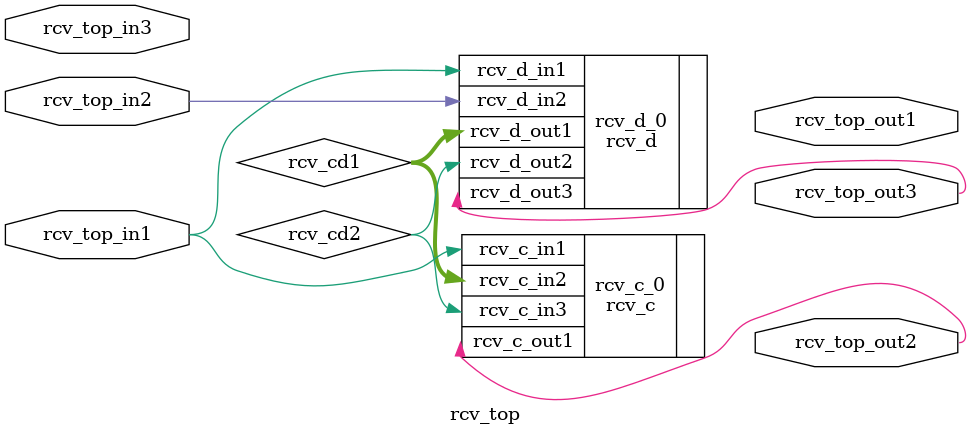
<source format=v>
module rcv_top(
        rcv_top_in1,
        rcv_top_in2,
        rcv_top_in3,        
        rcv_top_out1,
        rcv_top_out2,
        rcv_top_out3
        );
//--------------------------------------- 

input        rcv_top_in1;
input        rcv_top_in2;
input        rcv_top_in3;        
output [7:0] rcv_top_out1;
output       rcv_top_out2;
output       rcv_top_out3;

//--------------------------------------- 
//wire declaration
//Declare connecting signals between modules as wires
//Outputs need not be declared as wires as they are considered wires by 
//definition
wire [7:0]  rcv_cd1;
wire        rcv_cd2;

/*modules instantiation
xmit_a is the module name and should exactly match the lower-level module
name. xmit_a_0 is the instance name and can be anything but should be unique
within a module. Typically it is named as module_name_x where 'x' can be the
instance number*/

rcv_c      rcv_c_0
            (.rcv_c_in1        (rcv_top_in1),
            .rcv_c_in2        (rcv_cd1),
            .rcv_c_in3        (rcv_cd2),
            .rcv_c_out1        (rcv_top_out1),
            .rcv_c_out1        (rcv_top_out2)
            );

rcv_d      rcv_d_0
            (.rcv_d_in1        (rcv_top_in1),
            .rcv_d_in2        (rcv_top_in2),
            .rcv_d_out1       (rcv_cd1),
            .rcv_d_out2       (rcv_cd2),
            .rcv_d_out3       (rcv_top_out3)
            );
endmodule
</source>
